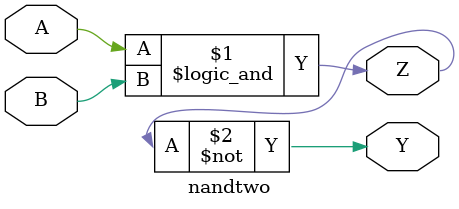
<source format=v>
module nandtwo(
    input A,
    input B,
    output Y,
    output Z
);

assign Y = ~(A&&B);
assign Z = ~(Y&&Y);

endmodule
</source>
